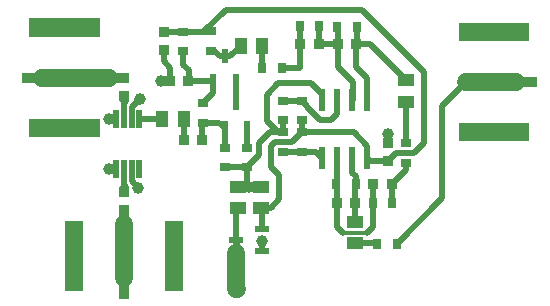
<source format=gbr>
G04 DipTrace 2.4.0.2*
%INTop.gbr*%
%MOIN*%
%ADD12C,0.0197*%
%ADD13C,0.0591*%
%ADD14C,0.0335*%
%ADD15C,0.0315*%
%ADD16C,0.0343*%
%ADD17C,0.0118*%
%ADD18C,0.0244*%
%ADD22R,0.0366X0.0343*%
%ADD23R,0.0437X0.0579*%
%ADD24R,0.0343X0.0366*%
%ADD25R,0.0579X0.0437*%
%ADD26R,0.063X0.2362*%
%ADD27R,0.0335X0.0394*%
%ADD28R,0.2362X0.063*%
%ADD29R,0.0394X0.0335*%
%ADD30R,0.0244X0.048*%
%ADD31R,0.0366X0.0311*%
%ADD32R,0.0311X0.0366*%
%ADD33R,0.0197X0.0638*%
%ADD34R,0.0236X0.0776*%
%ADD35R,0.0543X0.0413*%
%ADD36R,0.048X0.0244*%
%ADD37C,0.0394*%
%FSLAX44Y44*%
G04*
G70*
G90*
G75*
G01*
%LNTop*%
%LPD*%
X7106Y8282D2*
D12*
X6850D1*
X7835Y7657D2*
X7618Y7874D1*
Y8282D1*
X7106Y9951D2*
X6850D1*
X7618D2*
Y10354D1*
X7894Y10630D1*
X16177Y9157D2*
Y9461D1*
X8681Y12244D2*
Y11870D1*
X8906Y11646D1*
Y11213D1*
X8894Y11201D1*
X12665Y9500D2*
Y9913D1*
X8894Y11201D2*
X8610D1*
X13980Y10583D2*
Y10764D1*
X13610Y11134D1*
X12508D1*
X12134Y10760D1*
Y9870D1*
X12484Y9520D1*
X12646D1*
X12665Y9500D1*
X11917Y7681D2*
X11543D1*
X11150D2*
X11543D1*
X11951Y5535D2*
Y5884D1*
X10720Y8339D2*
X11449D1*
X11457Y8346D1*
Y7768D1*
X11543Y7681D1*
X12665Y9500D2*
X12217D1*
X11850Y9134D1*
Y8740D1*
X11457Y8346D1*
X9350Y9232D2*
Y9961D1*
X9339Y12862D2*
X10260D1*
X10272Y12874D1*
X9339Y12862D2*
X8685D1*
X8681Y12858D1*
X13295Y9917D2*
Y9504D1*
X15024D1*
X15480Y9047D1*
Y8634D1*
X16177Y8543D2*
X15571D1*
X15480Y8634D1*
X16177Y8543D2*
Y8563D1*
X16425Y8811D1*
X17035D1*
X17370Y9146D1*
Y11508D1*
X15283Y13594D1*
X10756D1*
X10035Y12874D1*
X10272D1*
X11951Y6283D2*
Y6947D1*
X11917Y6980D1*
X12256D1*
X12539Y7264D1*
Y8071D1*
X12264Y8346D1*
Y9035D1*
X12402Y9173D1*
X12965D1*
X13295Y9504D1*
X11465Y9638D2*
Y9000D1*
X11457Y8992D1*
X9965Y9232D2*
Y9795D1*
X9996Y9827D1*
X10528D1*
X10717Y9638D1*
X10720Y8984D2*
Y9634D1*
X10717Y9638D1*
X11091Y11213D2*
Y10476D1*
X10343Y11213D2*
Y10819D1*
X9996Y10472D1*
X9508Y11201D2*
X10331D1*
X10343Y11213D1*
X9339Y12217D2*
Y11744D1*
X9516Y11567D1*
Y11209D1*
X9508Y11201D1*
X10272Y12228D2*
X10370D1*
X10559Y12039D1*
X10705D1*
X10717Y12051D1*
X11248Y12394D2*
X10913Y12059D1*
X10724D1*
X16453Y5787D2*
X17972Y7307D1*
Y10394D1*
X18752Y11173D1*
D13*
X20433D1*
D14*
X20925D1*
X11957Y12394D2*
D12*
X11972D1*
Y11654D1*
X12618D2*
X13236D1*
Y12433D1*
Y13024D1*
X13217Y13043D1*
X13862D2*
Y12445D1*
X13850Y12433D1*
X14492D1*
Y13008D1*
X14476Y13024D1*
X14492Y12433D2*
Y11689D1*
X14988Y11193D1*
Y10591D1*
X14980Y10583D1*
X15122Y13024D2*
Y12449D1*
X15106Y12433D1*
X15579D1*
X16780Y11232D1*
X15106Y12433D2*
Y11685D1*
X15480Y11311D1*
Y10583D1*
X16780Y10524D2*
Y9142D1*
X7874Y9951D2*
X8632D1*
X8642Y9961D1*
X13295Y10563D2*
X12665D1*
Y10559D1*
X14480Y10583D2*
Y10114D1*
X14280Y9913D1*
X13906D1*
X13472Y10346D1*
Y10386D1*
X13295Y10563D1*
X7362Y8282D2*
Y7668D1*
D15*
Y7520D1*
D16*
X7354Y7512D1*
X7362Y9951D2*
D12*
Y10565D1*
D15*
Y10689D1*
D16*
X7354Y10697D1*
X16780Y8496D2*
D12*
Y8256D1*
X16291Y7768D1*
Y7169D1*
X16303Y7157D1*
X14457D2*
Y7752D1*
X14441Y7768D1*
X15657Y7157D2*
Y7748D1*
X15677Y7768D1*
X15657Y7157D2*
Y6331D1*
X15480Y6154D1*
D17*
X14654D1*
D12*
X14457Y6350D1*
Y7157D1*
X14480Y8634D2*
Y7807D1*
X14441Y7768D1*
X15071Y7157D2*
Y7752D1*
X15087Y7768D1*
X14980Y8634D2*
Y8150D1*
X15087Y8043D1*
Y7768D1*
X15071Y7157D2*
Y6512D1*
X15067Y6508D1*
Y5799D2*
X15717D1*
X15728Y5787D1*
X15807D1*
X13295Y8858D2*
X12665D1*
Y8854D1*
X13760D1*
X13980Y8634D1*
X7354Y11311D2*
D16*
X6876Y11319D1*
D13*
X4646D1*
D14*
X4154D1*
X7362Y4154D2*
X7354Y4646D1*
D13*
Y6431D1*
D16*
Y6898D1*
X11112Y5909D2*
D12*
Y6943D1*
X11150Y6980D1*
X11112Y5909D2*
D18*
Y5492D1*
D13*
Y4281D1*
X11122Y4272D1*
D37*
X6850Y8282D3*
X7835Y7657D3*
X6850Y9951D3*
Y8282D3*
X7894Y10630D3*
X6850Y9951D3*
X16177Y9461D3*
X7894Y10630D3*
X8610Y11201D3*
X11543Y7681D3*
X11951Y5884D3*
X11543Y7681D3*
D22*
X7354Y10697D3*
Y11311D3*
D23*
X8642Y9961D3*
X9350D3*
D22*
X7354Y7512D3*
Y6898D3*
X8681Y12244D3*
Y12858D3*
D24*
X9508Y11201D3*
X8894D3*
D23*
X11957Y12394D3*
X11248D3*
D22*
X16177Y9157D3*
Y8543D3*
D24*
X13850Y12433D3*
X13236D3*
X15106D3*
X14492D3*
D25*
X16780Y10524D3*
Y11232D3*
D24*
X15677Y7768D3*
X16291D3*
X15071Y7157D3*
X14457D3*
D25*
X15067Y5799D3*
Y6508D3*
G36*
X6575Y9961D2*
Y9331D1*
X4213D1*
Y9961D1*
X6575D1*
G37*
G36*
X4350Y11486D2*
Y11152D1*
X3957D1*
Y11486D1*
X4350D1*
G37*
G36*
X6575Y13307D2*
Y12677D1*
X4213D1*
Y13307D1*
X6575D1*
G37*
D26*
X9035Y5394D3*
D27*
X7362Y4154D3*
D26*
X5689Y5394D3*
D28*
X19685Y12846D3*
D29*
X20925Y11173D3*
D28*
X19685Y9500D3*
D24*
X9350Y9232D3*
X9965D3*
D30*
X10717Y9638D3*
X11465D3*
X11091Y10476D3*
X10343Y11213D3*
X11091D3*
X10717Y12051D3*
D31*
X13295Y10563D3*
Y9917D3*
X12665Y9913D3*
Y10559D3*
X13295Y8858D3*
Y9504D3*
X12665Y9500D3*
Y8854D3*
X11457Y8346D3*
Y8992D3*
X10720Y8339D3*
Y8984D3*
X9996Y9827D3*
Y10472D3*
X9339Y12217D3*
Y12862D3*
X10272Y12228D3*
Y12874D3*
D32*
X12618Y11654D3*
X11972D3*
X13862Y13043D3*
X13217D3*
X15122Y13024D3*
X14476D3*
D31*
X16780Y8496D3*
Y9142D3*
D32*
X15657Y7157D3*
X16303D3*
X15087Y7768D3*
X14441D3*
X15807Y5787D3*
X16453D3*
D33*
X7106Y8282D3*
X7362D3*
X7618D3*
X7874D3*
Y9951D3*
X7618D3*
X7362D3*
X7106D3*
D34*
X15480Y10583D3*
X14980D3*
X14480D3*
X13980D3*
Y8634D3*
X14480D3*
X14980D3*
X15480D3*
D35*
X11150Y6980D3*
Y7681D3*
X11917Y6980D3*
Y7681D3*
D36*
X11951Y5535D3*
Y6283D3*
X11112Y5909D3*
M02*

</source>
